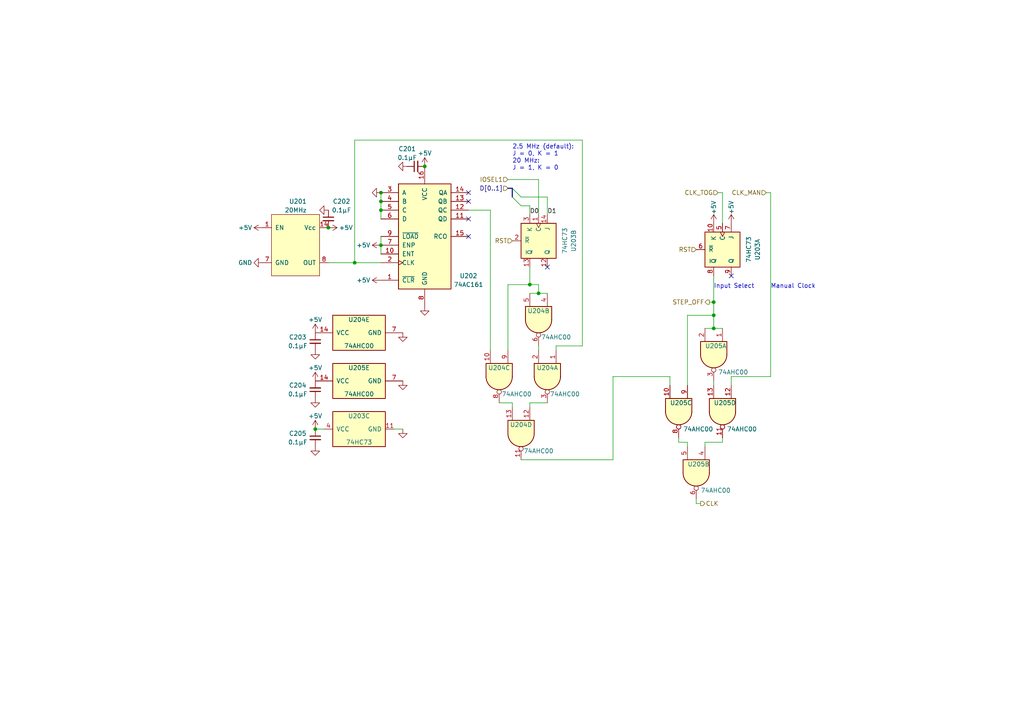
<source format=kicad_sch>
(kicad_sch (version 20230121) (generator eeschema)
  (paper "A4")
  (title_block (title "Computer") (date "2021-02-23") (rev "v1.0") (company "B.W. Harrison") (comment 1 "2.5MHz/20MHz can be toggled with an IO write. Manual step is toggled by the front panel.") (comment 2 "2.5MHz is selected automatically on reset to allow the ROM to be read.") (comment 3 "is selected. There are 3 clock modes: 2.5MHz, 20MHz, and manual step.") (comment 4 "This circuit generates the appropriate system-wide clock signal depending on which mode"))
  (lib_symbols
    (symbol "74AHC00_1" (pin_names (offset 1.016))
      (property "Reference" "U" (at 0 1.27 0))
      (property "Value" "74AHC00" (at 0 -1.27 0))
      (symbol "74AHC00_1_1_1"
        (pin input line (at -7.62 2.54 0) (length 3.81) (name "~") (number "1"))
        (pin input line (at -7.62 -2.54 0) (length 3.81) (name "~") (number "2"))
        (pin output inverted (at 7.62 0 180) (length 3.81) (name "~") (number "3"))
      )
      (symbol "74AHC00_1_1_2"
        (pin input inverted (at -7.62 2.54 0) (length 4.318) (name "~") (number "1"))
        (pin input inverted (at -7.62 -2.54 0) (length 4.318) (name "~") (number "2"))
        (pin output line (at 7.62 0 180) (length 3.81) (name "~") (number "3"))
      )
      (symbol "74AHC00_1_2_1"
        (pin input line (at -7.62 2.54 0) (length 3.81) (name "~") (number "4"))
        (pin input line (at -7.62 -2.54 0) (length 3.81) (name "~") (number "5"))
        (pin output inverted (at 7.62 0 180) (length 3.81) (name "~") (number "6"))
      )
      (symbol "74AHC00_1_2_2"
        (pin input inverted (at -7.62 2.54 0) (length 4.318) (name "~") (number "4"))
        (pin input inverted (at -7.62 -2.54 0) (length 4.318) (name "~") (number "5"))
        (pin output line (at 7.62 0 180) (length 3.81) (name "~") (number "6"))
      )
      (symbol "74AHC00_1_3_1"
        (pin input line (at -7.62 -2.54 0) (length 3.81) (name "~") (number "10"))
        (pin output inverted (at 7.62 0 180) (length 3.81) (name "~") (number "8"))
        (pin input line (at -7.62 2.54 0) (length 3.81) (name "~") (number "9"))
      )
      (symbol "74AHC00_1_3_2"
        (pin input inverted (at -7.62 -2.54 0) (length 4.318) (name "~") (number "10"))
        (pin output line (at 7.62 0 180) (length 3.81) (name "~") (number "8"))
        (pin input inverted (at -7.62 2.54 0) (length 4.318) (name "~") (number "9"))
      )
      (symbol "74AHC00_1_4_1"
        (pin output inverted (at 7.62 0 180) (length 3.81) (name "~") (number "11"))
        (pin input line (at -7.62 2.54 0) (length 3.81) (name "~") (number "12"))
        (pin input line (at -7.62 -2.54 0) (length 3.81) (name "~") (number "13"))
      )
      (symbol "74AHC00_1_4_2"
        (pin output line (at 7.62 0 180) (length 3.81) (name "~") (number "11"))
        (pin input inverted (at -7.62 2.54 0) (length 4.318) (name "~") (number "12"))
        (pin input inverted (at -7.62 -2.54 0) (length 4.318) (name "~") (number "13"))
      )
      (symbol "74AHC00_1_5_0"
        (pin power_in line (at 0 12.7 270) (length 5.08) (name "VCC") (number "14"))
        (pin power_in line (at 0 -12.7 90) (length 5.08) (name "GND") (number "7"))
      )
    )
    (symbol "74AHC00_2" (pin_names (offset 1.016))
      (property "Reference" "U" (at 0 1.27 0))
      (property "Value" "74AHC00" (at 0 -1.27 0))
      (symbol "74AHC00_2_1_1"
        (pin input line (at -7.62 2.54 0) (length 3.81) (name "~") (number "1"))
        (pin input line (at -7.62 -2.54 0) (length 3.81) (name "~") (number "2"))
        (pin output inverted (at 7.62 0 180) (length 3.81) (name "~") (number "3"))
      )
      (symbol "74AHC00_2_1_2"
        (pin input inverted (at -7.62 2.54 0) (length 4.318) (name "~") (number "1"))
        (pin input inverted (at -7.62 -2.54 0) (length 4.318) (name "~") (number "2"))
        (pin output line (at 7.62 0 180) (length 3.81) (name "~") (number "3"))
      )
      (symbol "74AHC00_2_2_1"
        (pin input line (at -7.62 2.54 0) (length 3.81) (name "~") (number "4"))
        (pin input line (at -7.62 -2.54 0) (length 3.81) (name "~") (number "5"))
        (pin output inverted (at 7.62 0 180) (length 3.81) (name "~") (number "6"))
      )
      (symbol "74AHC00_2_2_2"
        (pin input inverted (at -7.62 2.54 0) (length 4.318) (name "~") (number "4"))
        (pin input inverted (at -7.62 -2.54 0) (length 4.318) (name "~") (number "5"))
        (pin output line (at 7.62 0 180) (length 3.81) (name "~") (number "6"))
      )
      (symbol "74AHC00_2_3_1"
        (pin input line (at -7.62 -2.54 0) (length 3.81) (name "~") (number "10"))
        (pin output inverted (at 7.62 0 180) (length 3.81) (name "~") (number "8"))
        (pin input line (at -7.62 2.54 0) (length 3.81) (name "~") (number "9"))
      )
      (symbol "74AHC00_2_3_2"
        (pin input inverted (at -7.62 -2.54 0) (length 4.318) (name "~") (number "10"))
        (pin output line (at 7.62 0 180) (length 3.81) (name "~") (number "8"))
        (pin input inverted (at -7.62 2.54 0) (length 4.318) (name "~") (number "9"))
      )
      (symbol "74AHC00_2_4_1"
        (pin output inverted (at 7.62 0 180) (length 3.81) (name "~") (number "11"))
        (pin input line (at -7.62 2.54 0) (length 3.81) (name "~") (number "12"))
        (pin input line (at -7.62 -2.54 0) (length 3.81) (name "~") (number "13"))
      )
      (symbol "74AHC00_2_4_2"
        (pin output line (at 7.62 0 180) (length 3.81) (name "~") (number "11"))
        (pin input inverted (at -7.62 2.54 0) (length 4.318) (name "~") (number "12"))
        (pin input inverted (at -7.62 -2.54 0) (length 4.318) (name "~") (number "13"))
      )
      (symbol "74AHC00_2_5_0"
        (pin power_in line (at 0 12.7 270) (length 5.08) (name "VCC") (number "14"))
        (pin power_in line (at 0 -12.7 90) (length 5.08) (name "GND") (number "7"))
      )
    )
    (symbol "74AHC00_3" (pin_names (offset 1.016))
      (property "Reference" "U" (at 0 1.27 0))
      (property "Value" "74AHC00" (at 0 -1.27 0))
      (symbol "74AHC00_3_1_1"
        (pin input line (at -7.62 2.54 0) (length 3.81) (name "~") (number "1"))
        (pin input line (at -7.62 -2.54 0) (length 3.81) (name "~") (number "2"))
        (pin output inverted (at 7.62 0 180) (length 3.81) (name "~") (number "3"))
      )
      (symbol "74AHC00_3_1_2"
        (pin input inverted (at -7.62 2.54 0) (length 4.318) (name "~") (number "1"))
        (pin input inverted (at -7.62 -2.54 0) (length 4.318) (name "~") (number "2"))
        (pin output line (at 7.62 0 180) (length 3.81) (name "~") (number "3"))
      )
      (symbol "74AHC00_3_2_1"
        (pin input line (at -7.62 2.54 0) (length 3.81) (name "~") (number "4"))
        (pin input line (at -7.62 -2.54 0) (length 3.81) (name "~") (number "5"))
        (pin output inverted (at 7.62 0 180) (length 3.81) (name "~") (number "6"))
      )
      (symbol "74AHC00_3_2_2"
        (pin input inverted (at -7.62 2.54 0) (length 4.318) (name "~") (number "4"))
        (pin input inverted (at -7.62 -2.54 0) (length 4.318) (name "~") (number "5"))
        (pin output line (at 7.62 0 180) (length 3.81) (name "~") (number "6"))
      )
      (symbol "74AHC00_3_3_1"
        (pin input line (at -7.62 -2.54 0) (length 3.81) (name "~") (number "10"))
        (pin output inverted (at 7.62 0 180) (length 3.81) (name "~") (number "8"))
        (pin input line (at -7.62 2.54 0) (length 3.81) (name "~") (number "9"))
      )
      (symbol "74AHC00_3_3_2"
        (pin input inverted (at -7.62 -2.54 0) (length 4.318) (name "~") (number "10"))
        (pin output line (at 7.62 0 180) (length 3.81) (name "~") (number "8"))
        (pin input inverted (at -7.62 2.54 0) (length 4.318) (name "~") (number "9"))
      )
      (symbol "74AHC00_3_4_1"
        (pin output inverted (at 7.62 0 180) (length 3.81) (name "~") (number "11"))
        (pin input line (at -7.62 2.54 0) (length 3.81) (name "~") (number "12"))
        (pin input line (at -7.62 -2.54 0) (length 3.81) (name "~") (number "13"))
      )
      (symbol "74AHC00_3_4_2"
        (pin output line (at 7.62 0 180) (length 3.81) (name "~") (number "11"))
        (pin input inverted (at -7.62 2.54 0) (length 4.318) (name "~") (number "12"))
        (pin input inverted (at -7.62 -2.54 0) (length 4.318) (name "~") (number "13"))
      )
      (symbol "74AHC00_3_5_0"
        (pin power_in line (at 0 12.7 270) (length 5.08) (name "VCC") (number "14"))
        (pin power_in line (at 0 -12.7 90) (length 5.08) (name "GND") (number "7"))
      )
    )
    (symbol "74AHC00_4" (pin_names (offset 1.016))
      (property "Reference" "U" (at 0 1.27 0))
      (property "Value" "74AHC00" (at 0 -1.27 0))
      (symbol "74AHC00_4_1_1"
        (pin input line (at -7.62 2.54 0) (length 3.81) (name "~") (number "1"))
        (pin input line (at -7.62 -2.54 0) (length 3.81) (name "~") (number "2"))
        (pin output inverted (at 7.62 0 180) (length 3.81) (name "~") (number "3"))
      )
      (symbol "74AHC00_4_1_2"
        (pin input inverted (at -7.62 2.54 0) (length 4.318) (name "~") (number "1"))
        (pin input inverted (at -7.62 -2.54 0) (length 4.318) (name "~") (number "2"))
        (pin output line (at 7.62 0 180) (length 3.81) (name "~") (number "3"))
      )
      (symbol "74AHC00_4_2_1"
        (pin input line (at -7.62 2.54 0) (length 3.81) (name "~") (number "4"))
        (pin input line (at -7.62 -2.54 0) (length 3.81) (name "~") (number "5"))
        (pin output inverted (at 7.62 0 180) (length 3.81) (name "~") (number "6"))
      )
      (symbol "74AHC00_4_2_2"
        (pin input inverted (at -7.62 2.54 0) (length 4.318) (name "~") (number "4"))
        (pin input inverted (at -7.62 -2.54 0) (length 4.318) (name "~") (number "5"))
        (pin output line (at 7.62 0 180) (length 3.81) (name "~") (number "6"))
      )
      (symbol "74AHC00_4_3_1"
        (pin input line (at -7.62 -2.54 0) (length 3.81) (name "~") (number "10"))
        (pin output inverted (at 7.62 0 180) (length 3.81) (name "~") (number "8"))
        (pin input line (at -7.62 2.54 0) (length 3.81) (name "~") (number "9"))
      )
      (symbol "74AHC00_4_3_2"
        (pin input inverted (at -7.62 -2.54 0) (length 4.318) (name "~") (number "10"))
        (pin output line (at 7.62 0 180) (length 3.81) (name "~") (number "8"))
        (pin input inverted (at -7.62 2.54 0) (length 4.318) (name "~") (number "9"))
      )
      (symbol "74AHC00_4_4_1"
        (pin output inverted (at 7.62 0 180) (length 3.81) (name "~") (number "11"))
        (pin input line (at -7.62 2.54 0) (length 3.81) (name "~") (number "12"))
        (pin input line (at -7.62 -2.54 0) (length 3.81) (name "~") (number "13"))
      )
      (symbol "74AHC00_4_4_2"
        (pin output line (at 7.62 0 180) (length 3.81) (name "~") (number "11"))
        (pin input inverted (at -7.62 2.54 0) (length 4.318) (name "~") (number "12"))
        (pin input inverted (at -7.62 -2.54 0) (length 4.318) (name "~") (number "13"))
      )
      (symbol "74AHC00_4_5_0"
        (pin power_in line (at 0 12.7 270) (length 5.08) (name "VCC") (number "14"))
        (pin power_in line (at 0 -12.7 90) (length 5.08) (name "GND") (number "7"))
      )
    )
    (symbol "74AHC00_5" (pin_names (offset 1.016))
      (property "Reference" "U" (at 0 1.27 0))
      (property "Value" "74AHC00" (at 0 -1.27 0))
      (symbol "74AHC00_5_1_1"
        (pin input line (at -7.62 2.54 0) (length 3.81) (name "~") (number "1"))
        (pin input line (at -7.62 -2.54 0) (length 3.81) (name "~") (number "2"))
        (pin output inverted (at 7.62 0 180) (length 3.81) (name "~") (number "3"))
      )
      (symbol "74AHC00_5_1_2"
        (pin input inverted (at -7.62 2.54 0) (length 4.318) (name "~") (number "1"))
        (pin input inverted (at -7.62 -2.54 0) (length 4.318) (name "~") (number "2"))
        (pin output line (at 7.62 0 180) (length 3.81) (name "~") (number "3"))
      )
      (symbol "74AHC00_5_2_1"
        (pin input line (at -7.62 2.54 0) (length 3.81) (name "~") (number "4"))
        (pin input line (at -7.62 -2.54 0) (length 3.81) (name "~") (number "5"))
        (pin output inverted (at 7.62 0 180) (length 3.81) (name "~") (number "6"))
      )
      (symbol "74AHC00_5_2_2"
        (pin input inverted (at -7.62 2.54 0) (length 4.318) (name "~") (number "4"))
        (pin input inverted (at -7.62 -2.54 0) (length 4.318) (name "~") (number "5"))
        (pin output line (at 7.62 0 180) (length 3.81) (name "~") (number "6"))
      )
      (symbol "74AHC00_5_3_1"
        (pin input line (at -7.62 -2.54 0) (length 3.81) (name "~") (number "10"))
        (pin output inverted (at 7.62 0 180) (length 3.81) (name "~") (number "8"))
        (pin input line (at -7.62 2.54 0) (length 3.81) (name "~") (number "9"))
      )
      (symbol "74AHC00_5_3_2"
        (pin input inverted (at -7.62 -2.54 0) (length 4.318) (name "~") (number "10"))
        (pin output line (at 7.62 0 180) (length 3.81) (name "~") (number "8"))
        (pin input inverted (at -7.62 2.54 0) (length 4.318) (name "~") (number "9"))
      )
      (symbol "74AHC00_5_4_1"
        (pin output inverted (at 7.62 0 180) (length 3.81) (name "~") (number "11"))
        (pin input line (at -7.62 2.54 0) (length 3.81) (name "~") (number "12"))
        (pin input line (at -7.62 -2.54 0) (length 3.81) (name "~") (number "13"))
      )
      (symbol "74AHC00_5_4_2"
        (pin output line (at 7.62 0 180) (length 3.81) (name "~") (number "11"))
        (pin input inverted (at -7.62 2.54 0) (length 4.318) (name "~") (number "12"))
        (pin input inverted (at -7.62 -2.54 0) (length 4.318) (name "~") (number "13"))
      )
      (symbol "74AHC00_5_5_0"
        (pin power_in line (at 0 12.7 270) (length 5.08) (name "VCC") (number "14"))
        (pin power_in line (at 0 -12.7 90) (length 5.08) (name "GND") (number "7"))
      )
    )
    (symbol "74AHC00_6" (pin_names (offset 1.016))
      (property "Reference" "U" (at 0 1.27 0))
      (property "Value" "74AHC00" (at 0 -1.27 0))
      (symbol "74AHC00_6_1_1"
        (pin input line (at -7.62 2.54 0) (length 3.81) (name "~") (number "1"))
        (pin input line (at -7.62 -2.54 0) (length 3.81) (name "~") (number "2"))
        (pin output inverted (at 7.62 0 180) (length 3.81) (name "~") (number "3"))
      )
      (symbol "74AHC00_6_1_2"
        (pin input inverted (at -7.62 2.54 0) (length 4.318) (name "~") (number "1"))
        (pin input inverted (at -7.62 -2.54 0) (length 4.318) (name "~") (number "2"))
        (pin output line (at 7.62 0 180) (length 3.81) (name "~") (number "3"))
      )
      (symbol "74AHC00_6_2_1"
        (pin input line (at -7.62 2.54 0) (length 3.81) (name "~") (number "4"))
        (pin input line (at -7.62 -2.54 0) (length 3.81) (name "~") (number "5"))
        (pin output inverted (at 7.62 0 180) (length 3.81) (name "~") (number "6"))
      )
      (symbol "74AHC00_6_2_2"
        (pin input inverted (at -7.62 2.54 0) (length 4.318) (name "~") (number "4"))
        (pin input inverted (at -7.62 -2.54 0) (length 4.318) (name "~") (number "5"))
        (pin output line (at 7.62 0 180) (length 3.81) (name "~") (number "6"))
      )
      (symbol "74AHC00_6_3_1"
        (pin input line (at -7.62 -2.54 0) (length 3.81) (name "~") (number "10"))
        (pin output inverted (at 7.62 0 180) (length 3.81) (name "~") (number "8"))
        (pin input line (at -7.62 2.54 0) (length 3.81) (name "~") (number "9"))
      )
      (symbol "74AHC00_6_3_2"
        (pin input inverted (at -7.62 -2.54 0) (length 4.318) (name "~") (number "10"))
        (pin output line (at 7.62 0 180) (length 3.81) (name "~") (number "8"))
        (pin input inverted (at -7.62 2.54 0) (length 4.318) (name "~") (number "9"))
      )
      (symbol "74AHC00_6_4_1"
        (pin output inverted (at 7.62 0 180) (length 3.81) (name "~") (number "11"))
        (pin input line (at -7.62 2.54 0) (length 3.81) (name "~") (number "12"))
        (pin input line (at -7.62 -2.54 0) (length 3.81) (name "~") (number "13"))
      )
      (symbol "74AHC00_6_4_2"
        (pin output line (at 7.62 0 180) (length 3.81) (name "~") (number "11"))
        (pin input inverted (at -7.62 2.54 0) (length 4.318) (name "~") (number "12"))
        (pin input inverted (at -7.62 -2.54 0) (length 4.318) (name "~") (number "13"))
      )
      (symbol "74AHC00_6_5_0"
        (pin power_in line (at 0 12.7 270) (length 5.08) (name "VCC") (number "14"))
        (pin power_in line (at 0 -12.7 90) (length 5.08) (name "GND") (number "7"))
      )
    )
    (symbol "74AHC00_7" (pin_names (offset 1.016))
      (property "Reference" "U" (at 0 1.27 0))
      (property "Value" "74AHC00" (at 0 -1.27 0))
      (symbol "74AHC00_7_1_1"
        (pin input line (at -7.62 2.54 0) (length 3.81) (name "~") (number "1"))
        (pin input line (at -7.62 -2.54 0) (length 3.81) (name "~") (number "2"))
        (pin output inverted (at 7.62 0 180) (length 3.81) (name "~") (number "3"))
      )
      (symbol "74AHC00_7_1_2"
        (pin input inverted (at -7.62 2.54 0) (length 4.318) (name "~") (number "1"))
        (pin input inverted (at -7.62 -2.54 0) (length 4.318) (name "~") (number "2"))
        (pin output line (at 7.62 0 180) (length 3.81) (name "~") (number "3"))
      )
      (symbol "74AHC00_7_2_1"
        (pin input line (at -7.62 2.54 0) (length 3.81) (name "~") (number "4"))
        (pin input line (at -7.62 -2.54 0) (length 3.81) (name "~") (number "5"))
        (pin output inverted (at 7.62 0 180) (length 3.81) (name "~") (number "6"))
      )
      (symbol "74AHC00_7_2_2"
        (pin input inverted (at -7.62 2.54 0) (length 4.318) (name "~") (number "4"))
        (pin input inverted (at -7.62 -2.54 0) (length 4.318) (name "~") (number "5"))
        (pin output line (at 7.62 0 180) (length 3.81) (name "~") (number "6"))
      )
      (symbol "74AHC00_7_3_1"
        (pin input line (at -7.62 -2.54 0) (length 3.81) (name "~") (number "10"))
        (pin output inverted (at 7.62 0 180) (length 3.81) (name "~") (number "8"))
        (pin input line (at -7.62 2.54 0) (length 3.81) (name "~") (number "9"))
      )
      (symbol "74AHC00_7_3_2"
        (pin input inverted (at -7.62 -2.54 0) (length 4.318) (name "~") (number "10"))
        (pin output line (at 7.62 0 180) (length 3.81) (name "~") (number "8"))
        (pin input inverted (at -7.62 2.54 0) (length 4.318) (name "~") (number "9"))
      )
      (symbol "74AHC00_7_4_1"
        (pin output inverted (at 7.62 0 180) (length 3.81) (name "~") (number "11"))
        (pin input line (at -7.62 2.54 0) (length 3.81) (name "~") (number "12"))
        (pin input line (at -7.62 -2.54 0) (length 3.81) (name "~") (number "13"))
      )
      (symbol "74AHC00_7_4_2"
        (pin output line (at 7.62 0 180) (length 3.81) (name "~") (number "11"))
        (pin input inverted (at -7.62 2.54 0) (length 4.318) (name "~") (number "12"))
        (pin input inverted (at -7.62 -2.54 0) (length 4.318) (name "~") (number "13"))
      )
      (symbol "74AHC00_7_5_0"
        (pin power_in line (at 0 12.7 270) (length 5.08) (name "VCC") (number "14"))
        (pin power_in line (at 0 -12.7 90) (length 5.08) (name "GND") (number "7"))
      )
    )
    (symbol "74AHC00_8" (pin_names (offset 1.016))
      (property "Reference" "U" (at 0 1.27 0))
      (property "Value" "74AHC00" (at 0 -1.27 0))
      (symbol "74AHC00_8_1_1"
        (pin input line (at -7.62 2.54 0) (length 3.81) (name "~") (number "1"))
        (pin input line (at -7.62 -2.54 0) (length 3.81) (name "~") (number "2"))
        (pin output inverted (at 7.62 0 180) (length 3.81) (name "~") (number "3"))
      )
      (symbol "74AHC00_8_1_2"
        (pin input inverted (at -7.62 2.54 0) (length 4.318) (name "~") (number "1"))
        (pin input inverted (at -7.62 -2.54 0) (length 4.318) (name "~") (number "2"))
        (pin output line (at 7.62 0 180) (length 3.81) (name "~") (number "3"))
      )
      (symbol "74AHC00_8_2_1"
        (pin input line (at -7.62 2.54 0) (length 3.81) (name "~") (number "4"))
        (pin input line (at -7.62 -2.54 0) (length 3.81) (name "~") (number "5"))
        (pin output inverted (at 7.62 0 180) (length 3.81) (name "~") (number "6"))
      )
      (symbol "74AHC00_8_2_2"
        (pin input inverted (at -7.62 2.54 0) (length 4.318) (name "~") (number "4"))
        (pin input inverted (at -7.62 -2.54 0) (length 4.318) (name "~") (number "5"))
        (pin output line (at 7.62 0 180) (length 3.81) (name "~") (number "6"))
      )
      (symbol "74AHC00_8_3_1"
        (pin input line (at -7.62 -2.54 0) (length 3.81) (name "~") (number "10"))
        (pin output inverted (at 7.62 0 180) (length 3.81) (name "~") (number "8"))
        (pin input line (at -7.62 2.54 0) (length 3.81) (name "~") (number "9"))
      )
      (symbol "74AHC00_8_3_2"
        (pin input inverted (at -7.62 -2.54 0) (length 4.318) (name "~") (number "10"))
        (pin output line (at 7.62 0 180) (length 3.81) (name "~") (number "8"))
        (pin input inverted (at -7.62 2.54 0) (length 4.318) (name "~") (number "9"))
      )
      (symbol "74AHC00_8_4_1"
        (pin output inverted (at 7.62 0 180) (length 3.81) (name "~") (number "11"))
        (pin input line (at -7.62 2.54 0) (length 3.81) (name "~") (number "12"))
        (pin input line (at -7.62 -2.54 0) (length 3.81) (name "~") (number "13"))
      )
      (symbol "74AHC00_8_4_2"
        (pin output line (at 7.62 0 180) (length 3.81) (name "~") (number "11"))
        (pin input inverted (at -7.62 2.54 0) (length 4.318) (name "~") (number "12"))
        (pin input inverted (at -7.62 -2.54 0) (length 4.318) (name "~") (number "13"))
      )
      (symbol "74AHC00_8_5_0"
        (pin power_in line (at 0 12.7 270) (length 5.08) (name "VCC") (number "14"))
        (pin power_in line (at 0 -12.7 90) (length 5.08) (name "GND") (number "7"))
      )
    )
    (symbol "74AHC00_9" (pin_names (offset 1.016))
      (property "Reference" "U" (at 0 1.27 0))
      (property "Value" "74AHC00" (at 0 -1.27 0))
      (symbol "74AHC00_9_1_1"
        (pin input line (at -7.62 2.54 0) (length 3.81) (name "~") (number "1"))
        (pin input line (at -7.62 -2.54 0) (length 3.81) (name "~") (number "2"))
        (pin output inverted (at 7.62 0 180) (length 3.81) (name "~") (number "3"))
      )
      (symbol "74AHC00_9_1_2"
        (pin input inverted (at -7.62 2.54 0) (length 4.318) (name "~") (number "1"))
        (pin input inverted (at -7.62 -2.54 0) (length 4.318) (name "~") (number "2"))
        (pin output line (at 7.62 0 180) (length 3.81) (name "~") (number "3"))
      )
      (symbol "74AHC00_9_2_1"
        (pin input line (at -7.62 2.54 0) (length 3.81) (name "~") (number "4"))
        (pin input line (at -7.62 -2.54 0) (length 3.81) (name "~") (number "5"))
        (pin output inverted (at 7.62 0 180) (length 3.81) (name "~") (number "6"))
      )
      (symbol "74AHC00_9_2_2"
        (pin input inverted (at -7.62 2.54 0) (length 4.318) (name "~") (number "4"))
        (pin input inverted (at -7.62 -2.54 0) (length 4.318) (name "~") (number "5"))
        (pin output line (at 7.62 0 180) (length 3.81) (name "~") (number "6"))
      )
      (symbol "74AHC00_9_3_1"
        (pin input line (at -7.62 -2.54 0) (length 3.81) (name "~") (number "10"))
        (pin output inverted (at 7.62 0 180) (length 3.81) (name "~") (number "8"))
        (pin input line (at -7.62 2.54 0) (length 3.81) (name "~") (number "9"))
      )
      (symbol "74AHC00_9_3_2"
        (pin input inverted (at -7.62 -2.54 0) (length 4.318) (name "~") (number "10"))
        (pin output line (at 7.62 0 180) (length 3.81) (name "~") (number "8"))
        (pin input inverted (at -7.62 2.54 0) (length 4.318) (name "~") (number "9"))
      )
      (symbol "74AHC00_9_4_1"
        (pin output inverted (at 7.62 0 180) (length 3.81) (name "~") (number "11"))
        (pin input line (at -7.62 2.54 0) (length 3.81) (name "~") (number "12"))
        (pin input line (at -7.62 -2.54 0) (length 3.81) (name "~") (number "13"))
      )
      (symbol "74AHC00_9_4_2"
        (pin output line (at 7.62 0 180) (length 3.81) (name "~") (number "11"))
        (pin input inverted (at -7.62 2.54 0) (length 4.318) (name "~") (number "12"))
        (pin input inverted (at -7.62 -2.54 0) (length 4.318) (name "~") (number "13"))
      )
      (symbol "74AHC00_9_5_0"
        (pin power_in line (at 0 12.7 270) (length 5.08) (name "VCC") (number "14"))
        (pin power_in line (at 0 -12.7 90) (length 5.08) (name "GND") (number "7"))
      )
    )
    (symbol "74xx:74AHC00" (pin_names (offset 1.016))
      (property "Reference" "U" (at 0 1.27 0))
      (property "Value" "74AHC00" (at 0 -1.27 0))
      (symbol "74AHC00_1_1"
        (pin input line (at -7.62 2.54 0) (length 3.81) (name "~") (number "1"))
        (pin input line (at -7.62 -2.54 0) (length 3.81) (name "~") (number "2"))
        (pin output inverted (at 7.62 0 180) (length 3.81) (name "~") (number "3"))
      )
      (symbol "74AHC00_1_2"
        (pin input inverted (at -7.62 2.54 0) (length 4.318) (name "~") (number "1"))
        (pin input inverted (at -7.62 -2.54 0) (length 4.318) (name "~") (number "2"))
        (pin output line (at 7.62 0 180) (length 3.81) (name "~") (number "3"))
      )
      (symbol "74AHC00_2_1"
        (pin input line (at -7.62 2.54 0) (length 3.81) (name "~") (number "4"))
        (pin input line (at -7.62 -2.54 0) (length 3.81) (name "~") (number "5"))
        (pin output inverted (at 7.62 0 180) (length 3.81) (name "~") (number "6"))
      )
      (symbol "74AHC00_2_2"
        (pin input inverted (at -7.62 2.54 0) (length 4.318) (name "~") (number "4"))
        (pin input inverted (at -7.62 -2.54 0) (length 4.318) (name "~") (number "5"))
        (pin output line (at 7.62 0 180) (length 3.81) (name "~") (number "6"))
      )
      (symbol "74AHC00_3_1"
        (pin input line (at -7.62 -2.54 0) (length 3.81) (name "~") (number "10"))
        (pin output inverted (at 7.62 0 180) (length 3.81) (name "~") (number "8"))
        (pin input line (at -7.62 2.54 0) (length 3.81) (name "~") (number "9"))
      )
      (symbol "74AHC00_3_2"
        (pin input inverted (at -7.62 -2.54 0) (length 4.318) (name "~") (number "10"))
        (pin output line (at 7.62 0 180) (length 3.81) (name "~") (number "8"))
        (pin input inverted (at -7.62 2.54 0) (length 4.318) (name "~") (number "9"))
      )
      (symbol "74AHC00_4_1"
        (pin output inverted (at 7.62 0 180) (length 3.81) (name "~") (number "11"))
        (pin input line (at -7.62 2.54 0) (length 3.81) (name "~") (number "12"))
        (pin input line (at -7.62 -2.54 0) (length 3.81) (name "~") (number "13"))
      )
      (symbol "74AHC00_4_2"
        (pin output line (at 7.62 0 180) (length 3.81) (name "~") (number "11"))
        (pin input inverted (at -7.62 2.54 0) (length 4.318) (name "~") (number "12"))
        (pin input inverted (at -7.62 -2.54 0) (length 4.318) (name "~") (number "13"))
      )
      (symbol "74AHC00_5_0"
        (pin power_in line (at 0 12.7 270) (length 5.08) (name "VCC") (number "14"))
        (pin power_in line (at 0 -12.7 90) (length 5.08) (name "GND") (number "7"))
      )
    )
    (symbol "74xx:74HC73" (pin_names (offset 1.016))
      (property "Reference" "U" (at -7.62 8.89 0))
      (property "Value" "74HC73" (at -7.62 -8.89 0))
      (symbol "74HC73_1_0"
        (pin input line (at -7.62 -2.54 0) (length 2.54) (name "K") (number "10"))
        (pin input clock (at -7.62 0 0) (length 2.54) (name "C") (number "5"))
        (pin input line (at 0 -7.62 90) (length 2.54) (name "~{R}") (number "6"))
        (pin input line (at -7.62 2.54 0) (length 2.54) (name "J") (number "7"))
        (pin output line (at 7.62 -2.54 180) (length 2.54) (name "~{Q}") (number "8"))
        (pin output line (at 7.62 2.54 180) (length 2.54) (name "Q") (number "9"))
      )
      (symbol "74HC73_2_0"
        (pin input clock (at -7.62 0 0) (length 2.54) (name "C") (number "1"))
        (pin output line (at 7.62 2.54 180) (length 2.54) (name "Q") (number "12"))
        (pin output line (at 7.62 -2.54 180) (length 2.54) (name "~{Q}") (number "13"))
        (pin input line (at -7.62 2.54 0) (length 2.54) (name "J") (number "14"))
        (pin input line (at 0 -7.62 90) (length 2.54) (name "~{R}") (number "2"))
        (pin input line (at -7.62 -2.54 0) (length 2.54) (name "K") (number "3"))
      )
      (symbol "74HC73_3_0"
        (pin power_in line (at 0 -10.16 90) (length 2.54) (name "GND") (number "11"))
        (pin power_in line (at 0 10.16 270) (length 2.54) (name "VCC") (number "4"))
      )
    )
    (symbol "Device:C_Small" (pin_numbers hide) (pin_names (offset 0.254) hide)
      (property "Reference" "C" (at 0.254 1.778 0))
      (property "Value" "C_Small" (at 0.254 -2.032 0))
      (symbol "C_Small_1_1"
        (pin passive line (at 0 2.54 270) (length 2.032) (name "~") (number "1"))
        (pin passive line (at 0 -2.54 90) (length 2.032) (name "~") (number "2"))
      )
    )
    (symbol "my_library:74AC161" (pin_names (offset 1.016))
      (property "Reference" "U" (at -7.62 16.51 0))
      (property "Value" "74AC161" (at -7.62 -16.51 0))
      (symbol "74AC161_1_0"
        (pin input line (at -12.7 -12.7 0) (length 5.08) (name "~{CLR}") (number "1"))
        (pin input line (at -12.7 -5.08 0) (length 5.08) (name "ENT") (number "10"))
        (pin output line (at 12.7 5.08 180) (length 5.08) (name "QD") (number "11"))
        (pin output line (at 12.7 7.62 180) (length 5.08) (name "QC") (number "12"))
        (pin output line (at 12.7 10.16 180) (length 5.08) (name "QB") (number "13"))
        (pin output line (at 12.7 12.7 180) (length 5.08) (name "QA") (number "14"))
        (pin output line (at 12.7 0 180) (length 5.08) (name "RCO") (number "15"))
        (pin power_in line (at 0 20.32 270) (length 5.08) (name "VCC") (number "16"))
        (pin input clock (at -12.7 -7.62 0) (length 5.08) (name "CLK") (number "2"))
        (pin input line (at -12.7 12.7 0) (length 5.08) (name "A") (number "3"))
        (pin input line (at -12.7 10.16 0) (length 5.08) (name "B") (number "4"))
        (pin input line (at -12.7 7.62 0) (length 5.08) (name "C") (number "5"))
        (pin input line (at -12.7 5.08 0) (length 5.08) (name "D") (number "6"))
        (pin input line (at -12.7 -2.54 0) (length 5.08) (name "ENP") (number "7"))
        (pin power_in line (at 0 -20.32 90) (length 5.08) (name "GND") (number "8"))
        (pin input line (at -12.7 0 0) (length 5.08) (name "~{LOAD}") (number "9"))
      )
    )
    (symbol "my_library:CRYST-OSC-DIP14" (pin_names (offset 1.016))
      (property "Reference" "U" (at 5.08 1.27 0))
      (property "Value" "CRYST-OSC-DIP14" (at 5.08 -6.35 0))
      (symbol "CRYST-OSC-DIP14_1_1"
        (pin input line (at 0 -16.51 90) (length 2.54) (name "EN") (number "1"))
        (pin power_in line (at 0 2.54 270) (length 2.54) (name "Vcc") (number "14"))
        (pin power_in line (at 10.16 -16.51 90) (length 2.54) (name "GND") (number "7"))
        (pin output line (at 10.16 2.54 270) (length 2.54) (name "OUT") (number "8"))
      )
    )
    (symbol "power:+5V" (power) (pin_names (offset 0))
      (property "Value" "+5V" (at 0 3.556 0))
      (symbol "+5V_1_1"
        (pin power_in line (at 0 0 90) (length 0) hide (name "+5V") (number "1"))
      )
    )
    (symbol "power:GND" (power) (pin_names (offset 0))
      (property "Value" "GND" (at 0 -3.81 0))
      (symbol "GND_1_1"
        (pin power_in line (at 0 0 270) (length 0) hide (name "GND") (number "1"))
      )
    )
  )
  (junction (at 110.49 58.42))
  (junction (at 91.44 124.46))
  (junction (at 207.01 87.63))
  (junction (at 156.21 85.09))
  (junction (at 110.49 71.12))
  (junction (at 207.01 95.25))
  (junction (at 95.25 66.04))
  (junction (at 110.49 60.96))
  (junction (at 153.67 82.55))
  (junction (at 110.49 55.88))
  (junction (at 123.19 48.26))
  (junction (at 207.01 91.44))
  (junction (at 102.87 76.2))
  (no_connect (at 135.89 63.5))
  (no_connect (at 212.09 80.01))
  (no_connect (at 158.75 77.47))
  (no_connect (at 135.89 68.58))
  (no_connect (at 135.89 55.88))
  (no_connect (at 135.89 58.42))
  (bus_entry (at 148.59 57.15) (size 2.54 2.54))
  (bus_entry (at 148.59 54.61) (size 2.54 2.54))
  (wire (pts (xy 151.13 133.35) (xy 177.8 133.35)))
  (wire (pts (xy 196.85 128.27) (xy 196.85 127)))
  (wire (pts (xy 147.32 82.55) (xy 153.67 82.55)))
  (wire (pts (xy 144.78 116.84) (xy 148.59 116.84)))
  (bus (pts (xy 147.32 54.61) (xy 148.59 54.61)))
  (wire (pts (xy 153.67 116.84) (xy 158.75 116.84)))
  (wire (pts (xy 209.55 64.77) (xy 209.55 55.88)))
  (wire (pts (xy 95.25 76.2) (xy 102.87 76.2)))
  (wire (pts (xy 204.47 95.25) (xy 207.01 95.25)))
  (wire (pts (xy 153.67 62.23) (xy 153.67 59.69)))
  (wire (pts (xy 147.32 52.07) (xy 156.21 52.07)))
  (wire (pts (xy 161.29 100.33) (xy 161.29 101.6)))
  (wire (pts (xy 151.13 57.15) (xy 158.75 57.15)))
  (wire (pts (xy 199.39 91.44) (xy 207.01 91.44)))
  (wire (pts (xy 207.01 110.49) (xy 207.01 111.76)))
  (wire (pts (xy 153.67 77.47) (xy 153.67 82.55)))
  (wire (pts (xy 194.31 109.22) (xy 194.31 111.76)))
  (wire (pts (xy 110.49 60.96) (xy 110.49 63.5)))
  (wire (pts (xy 156.21 85.09) (xy 158.75 85.09)))
  (wire (pts (xy 158.75 57.15) (xy 158.75 62.23)))
  (wire (pts (xy 168.91 100.33) (xy 161.29 100.33)))
  (wire (pts (xy 168.91 40.64) (xy 168.91 100.33)))
  (wire (pts (xy 110.49 55.88) (xy 110.49 58.42)))
  (wire (pts (xy 153.67 118.11) (xy 153.67 116.84)))
  (wire (pts (xy 110.49 71.12) (xy 110.49 73.66)))
  (wire (pts (xy 212.09 109.22) (xy 212.09 111.76)))
  (wire (pts (xy 207.01 80.01) (xy 207.01 87.63)))
  (wire (pts (xy 199.39 128.27) (xy 199.39 129.54)))
  (wire (pts (xy 207.01 95.25) (xy 209.55 95.25)))
  (wire (pts (xy 142.24 101.6) (xy 142.24 60.96)))
  (wire (pts (xy 223.52 55.88) (xy 223.52 109.22)))
  (wire (pts (xy 156.21 100.33) (xy 156.21 101.6)))
  (wire (pts (xy 153.67 85.09) (xy 156.21 85.09)))
  (wire (pts (xy 209.55 128.27) (xy 209.55 127)))
  (wire (pts (xy 114.3 124.46) (xy 116.84 124.46)))
  (wire (pts (xy 156.21 52.07) (xy 156.21 62.23)))
  (bus (pts (xy 148.59 54.61) (xy 148.59 57.15)))
  (wire (pts (xy 204.47 129.54) (xy 204.47 128.27)))
  (wire (pts (xy 204.47 128.27) (xy 209.55 128.27)))
  (wire (pts (xy 153.67 59.69) (xy 151.13 59.69)))
  (wire (pts (xy 147.32 82.55) (xy 147.32 101.6)))
  (wire (pts (xy 199.39 128.27) (xy 196.85 128.27)))
  (wire (pts (xy 212.09 109.22) (xy 223.52 109.22)))
  (wire (pts (xy 223.52 55.88) (xy 222.25 55.88)))
  (wire (pts (xy 201.93 144.78) (xy 201.93 146.05)))
  (wire (pts (xy 208.28 55.88) (xy 209.55 55.88)))
  (wire (pts (xy 102.87 76.2) (xy 102.87 40.64)))
  (wire (pts (xy 91.44 124.46) (xy 93.98 124.46)))
  (wire (pts (xy 102.87 76.2) (xy 110.49 76.2)))
  (wire (pts (xy 207.01 87.63) (xy 207.01 91.44)))
  (wire (pts (xy 148.59 116.84) (xy 148.59 118.11)))
  (wire (pts (xy 177.8 133.35) (xy 177.8 109.22)))
  (wire (pts (xy 207.01 91.44) (xy 207.01 95.25)))
  (wire (pts (xy 199.39 111.76) (xy 199.39 91.44)))
  (wire (pts (xy 110.49 58.42) (xy 110.49 60.96)))
  (wire (pts (xy 201.93 146.05) (xy 203.2 146.05)))
  (wire (pts (xy 177.8 109.22) (xy 194.31 109.22)))
  (wire (pts (xy 153.67 82.55) (xy 156.21 82.55)))
  (wire (pts (xy 110.49 68.58) (xy 110.49 71.12)))
  (wire (pts (xy 205.74 87.63) (xy 207.01 87.63)))
  (wire (pts (xy 135.89 60.96) (xy 142.24 60.96)))
  (wire (pts (xy 102.87 40.64) (xy 168.91 40.64)))
  (wire (pts (xy 156.21 82.55) (xy 156.21 85.09)))
  (text "Manual Clock" (at 223.52 83.82 0) (effects (font (size 1.27 1.27)) (justify left bottom)))
  (text "2.5 MHz (default):\nJ = 0, K = 1\n20 MHz:\nJ = 1, K = 0" (at 148.59 49.53 0) (effects (font (size 1.27 1.27)) (justify left bottom)))
  (text "Input Select" (at 207.01 83.82 0) (effects (font (size 1.27 1.27)) (justify left bottom)))
  (label "D0" (at 153.67 62.23 0))
  (label "D1" (at 158.75 62.23 0))
  (hierarchical_label "D[0..1]" (shape input) (at 147.32 54.61 180))
  (hierarchical_label "CLK" (shape output) (at 203.2 146.05 0))
  (hierarchical_label "CLK_TOG" (shape input) (at 208.28 55.88 180))
  (hierarchical_label "IOSEL1" (shape input) (at 147.32 52.07 180))
  (hierarchical_label "RST" (shape input) (at 148.59 69.85 180))
  (hierarchical_label "RST" (shape input) (at 201.93 72.39 180))
  (hierarchical_label "CLK_MAN" (shape input) (at 222.25 55.88 180))
  (hierarchical_label "STEP_OFF" (shape output) (at 205.74 87.63 180))
  (symbol (lib_name "74AHC00_7") (lib_id "74xx:74AHC00") (at 156.21 92.71 270) (unit 2)
    (property "Reference" "U204" (at 156.21 90.17 90))
    (property "Value" "74AHC00" (at 161.29 97.79 90))
    (property "Footprint" "Package_DIP:DIP-14_W7.62mm_Socket_LongPads" (effects hide))
    (property "Datasheet" "http://www.ti.com/lit/gpn/sn74ls00" (effects hide))
  )
  (symbol (lib_name "74AHC00_9") (lib_id "74xx:74AHC00") (at 158.75 109.22 270) (unit 1)
    (property "Reference" "U204" (at 158.75 106.68 90))
    (property "Value" "74AHC00" (at 163.83 114.3 90))
    (property "Footprint" "Package_DIP:DIP-14_W7.62mm_Socket_LongPads" (effects hide))
    (property "Datasheet" "http://www.ti.com/lit/gpn/sn74ls00" (effects hide))
  )
  (symbol (lib_name "74AHC00_3") (lib_id "74xx:74AHC00") (at 151.13 125.73 270) (unit 4)
    (property "Reference" "U204" (at 151.13 123.19 90))
    (property "Value" "74AHC00" (at 156.21 130.81 90))
    (property "Footprint" "Package_DIP:DIP-14_W7.62mm_Socket_LongPads" (effects hide))
    (property "Datasheet" "http://www.ti.com/lit/gpn/sn74ls00" (effects hide))
  )
  (symbol (lib_name "74AHC00_8") (lib_id "74xx:74AHC00") (at 144.78 109.22 270) (unit 3)
    (property "Reference" "U204" (at 144.78 106.68 90))
    (property "Value" "74AHC00" (at 149.86 114.3 90))
    (property "Footprint" "Package_DIP:DIP-14_W7.62mm_Socket_LongPads" (effects hide))
    (property "Datasheet" "http://www.ti.com/lit/gpn/sn74ls00" (effects hide))
  )
  (symbol (lib_id "power:+5V") (at 76.2 66.04 90) (unit 1)
    (property "Reference" "#PWR0207" (effects hide))
    (property "Value" "+5V" (at 71.12 66.04 90))
  )
  (symbol (lib_name "74AHC00_1") (lib_id "74xx:74AHC00") (at 104.14 96.52 90) (unit 5)
    (property "Reference" "U204" (at 104.14 92.71 90))
    (property "Value" "74AHC00" (at 104.14 100.33 90))
    (property "Footprint" "Package_DIP:DIP-14_W7.62mm_Socket_LongPads" (effects hide))
    (property "Datasheet" "http://www.ti.com/lit/gpn/sn74ls00" (effects hide))
  )
  (symbol (lib_id "Device:C_Small") (at 91.44 99.06 0) (unit 1)
    (property "Reference" "C203" (at 86.36 97.79 0))
    (property "Value" "0.1µF" (at 86.36 100.33 0))
    (property "Footprint" "Capacitor_THT:C_Disc_D5.0mm_W2.5mm_P2.50mm" (effects hide))
  )
  (symbol (lib_id "power:+5V") (at 91.44 96.52 0) (unit 1)
    (property "Reference" "#PWR0214" (effects hide))
    (property "Value" "+5V" (at 91.44 92.71 0))
  )
  (symbol (lib_id "power:GND") (at 116.84 96.52 0) (unit 1)
    (property "Reference" "#PWR0215" (effects hide))
    (property "Value" "GND" (effects hide))
  )
  (symbol (lib_id "my_library:CRYST-OSC-DIP14") (at 92.71 66.04 270) (unit 1)
    (property "Reference" "U201" (at 83.82 58.42 90) (effects (justify left)))
    (property "Value" "20MHz" (at 82.55 60.96 90) (effects (justify left)))
    (property "Footprint" "Package_DIP:DIP-14_W7.62mm_Socket_LongPads" (effects hide))
    (property "Datasheet" "http://baileyh.xyz/datasheets/osc_dip14.pdf" (effects hide))
  )
  (symbol (lib_id "power:GND") (at 110.49 55.88 270) (unit 1)
    (property "Reference" "#PWR0203" (effects hide))
    (property "Value" "GND" (effects hide))
  )
  (symbol (lib_id "power:GND") (at 123.19 88.9 0) (unit 1)
    (property "Reference" "#PWR0212" (effects hide))
    (property "Value" "GND" (effects hide))
  )
  (symbol (lib_id "power:+5V") (at 110.49 81.28 90) (unit 1)
    (property "Reference" "#PWR0211" (effects hide))
    (property "Value" "+5V" (at 105.41 81.28 90))
  )
  (symbol (lib_id "power:GND") (at 118.11 48.26 270) (unit 1)
    (property "Reference" "#PWR0201" (effects hide))
    (property "Value" "GND" (effects hide))
  )
  (symbol (lib_id "Device:C_Small") (at 120.65 48.26 90) (unit 1)
    (property "Reference" "C201" (at 118.11 43.18 90))
    (property "Value" "0.1µF" (at 118.11 45.72 90))
    (property "Footprint" "Capacitor_THT:C_Disc_D5.0mm_W2.5mm_P2.50mm" (effects hide))
  )
  (symbol (lib_id "power:+5V") (at 123.19 48.26 0) (unit 1)
    (property "Reference" "#PWR0202" (effects hide))
    (property "Value" "+5V" (at 123.19 44.45 0))
  )
  (symbol (lib_id "power:+5V") (at 110.49 71.12 90) (unit 1)
    (property "Reference" "#PWR0209" (effects hide))
    (property "Value" "+5V" (at 105.41 71.12 90))
  )
  (symbol (lib_id "my_library:74AC161") (at 123.19 68.58 0) (unit 1)
    (property "Reference" "U202" (at 135.89 80.01 0))
    (property "Value" "74AC161" (at 135.89 82.55 0))
    (property "Footprint" "Package_DIP:DIP-16_W7.62mm_Socket_LongPads" (effects hide))
    (property "Datasheet" "https://www.ti.com/lit/ds/symlink/cd74ac161.pdf" (effects hide))
  )
  (symbol (lib_id "power:GND") (at 95.25 60.96 270) (unit 1)
    (property "Reference" "#PWR0204" (effects hide))
    (property "Value" "GND" (effects hide))
  )
  (symbol (lib_id "Device:C_Small") (at 95.25 63.5 0) (unit 1)
    (property "Reference" "C202" (at 99.06 58.42 0))
    (property "Value" "0.1µF" (at 99.06 60.96 0))
    (property "Footprint" "Capacitor_THT:C_Disc_D5.0mm_W2.5mm_P2.50mm" (effects hide))
  )
  (symbol (lib_id "power:GND") (at 76.2 76.2 270) (unit 1)
    (property "Reference" "#PWR0210" (effects hide))
    (property "Value" "GND" (at 71.12 76.2 90))
  )
  (symbol (lib_id "power:+5V") (at 95.25 66.04 270) (unit 1)
    (property "Reference" "#PWR0208" (effects hide))
    (property "Value" "+5V" (at 100.33 66.04 90))
  )
  (symbol (lib_id "74xx:74AHC00") (at 207.01 102.87 270) (unit 1)
    (property "Reference" "U205" (at 204.47 100.33 90) (effects (justify left)))
    (property "Value" "74AHC00" (at 208.28 107.95 90) (effects (justify left)))
    (property "Footprint" "Package_DIP:DIP-14_W7.62mm_Socket_LongPads" (effects hide))
    (property "Datasheet" "http://www.ti.com/lit/gpn/sn74ls00" (effects hide))
  )
  (symbol (lib_name "74AHC00_6") (lib_id "74xx:74AHC00") (at 201.93 137.16 270) (unit 2)
    (property "Reference" "U205" (at 199.39 134.62 90) (effects (justify left)))
    (property "Value" "74AHC00" (at 203.2 142.24 90) (effects (justify left)))
    (property "Footprint" "Package_DIP:DIP-14_W7.62mm_Socket_LongPads" (effects hide))
    (property "Datasheet" "http://www.ti.com/lit/gpn/sn74ls00" (effects hide))
  )
  (symbol (lib_name "74AHC00_4") (lib_id "74xx:74AHC00") (at 196.85 119.38 270) (unit 3)
    (property "Reference" "U205" (at 194.31 116.84 90) (effects (justify left)))
    (property "Value" "74AHC00" (at 198.12 124.46 90) (effects (justify left)))
    (property "Footprint" "Package_DIP:DIP-14_W7.62mm_Socket_LongPads" (effects hide))
    (property "Datasheet" "http://www.ti.com/lit/gpn/sn74ls00" (effects hide))
  )
  (symbol (lib_name "74AHC00_5") (lib_id "74xx:74AHC00") (at 209.55 119.38 270) (unit 4)
    (property "Reference" "U205" (at 207.01 116.84 90) (effects (justify left)))
    (property "Value" "74AHC00" (at 210.82 124.46 90) (effects (justify left)))
    (property "Footprint" "Package_DIP:DIP-14_W7.62mm_Socket_LongPads" (effects hide))
    (property "Datasheet" "http://www.ti.com/lit/gpn/sn74ls00" (effects hide))
  )
  (symbol (lib_name "74AHC00_2") (lib_id "74xx:74AHC00") (at 104.14 110.49 90) (unit 5)
    (property "Reference" "U205" (at 104.14 106.68 90))
    (property "Value" "74AHC00" (at 104.14 114.3 90))
    (property "Footprint" "Package_DIP:DIP-14_W7.62mm_Socket_LongPads" (effects hide))
    (property "Datasheet" "http://www.ti.com/lit/gpn/sn74ls00" (effects hide))
  )
  (symbol (lib_id "Device:C_Small") (at 91.44 113.03 180) (unit 1)
    (property "Reference" "C204" (at 86.36 111.76 0))
    (property "Value" "0.1µF" (at 86.36 114.3 0))
    (property "Footprint" "Capacitor_THT:C_Disc_D5.0mm_W2.5mm_P2.50mm" (effects hide))
  )
  (symbol (lib_id "power:+5V") (at 91.44 110.49 0) (unit 1)
    (property "Reference" "#PWR0217" (effects hide))
    (property "Value" "+5V" (at 91.44 106.68 0))
  )
  (symbol (lib_id "power:GND") (at 91.44 101.6 0) (unit 1)
    (property "Reference" "#PWR0213" (effects hide))
    (property "Value" "GND" (effects hide))
  )
  (symbol (lib_id "power:GND") (at 91.44 115.57 0) (unit 1)
    (property "Reference" "#PWR0216" (effects hide))
    (property "Value" "GND" (effects hide))
  )
  (symbol (lib_id "power:GND") (at 116.84 110.49 0) (unit 1)
    (property "Reference" "#PWR0218" (effects hide))
    (property "Value" "GND" (effects hide))
  )
  (symbol (lib_id "74xx:74HC73") (at 209.55 72.39 270) (unit 1)
    (property "Reference" "U203" (at 219.71 72.39 0))
    (property "Value" "74HC73" (at 217.17 72.39 0))
    (property "Footprint" "Package_DIP:DIP-14_W7.62mm_Socket_LongPads" (effects hide))
    (property "Datasheet" "https://assets.nexperia.com/documents/data-sheet/74HC73.pdf" (effects hide))
  )
  (symbol (lib_id "74xx:74HC73") (at 156.21 69.85 270) (unit 2)
    (property "Reference" "U203" (at 166.37 69.85 0))
    (property "Value" "74HC73" (at 163.83 69.85 0))
    (property "Footprint" "Package_DIP:DIP-14_W7.62mm_Socket_LongPads" (effects hide))
    (property "Datasheet" "https://assets.nexperia.com/documents/data-sheet/74HC73.pdf" (effects hide))
  )
  (symbol (lib_id "74xx:74HC73") (at 104.14 124.46 90) (unit 3)
    (property "Reference" "U203" (at 104.14 120.65 90))
    (property "Value" "74HC73" (at 104.14 128.27 90))
    (property "Footprint" "Package_DIP:DIP-14_W7.62mm_Socket_LongPads" (effects hide))
    (property "Datasheet" "https://assets.nexperia.com/documents/data-sheet/74HC73.pdf" (effects hide))
  )
  (symbol (lib_id "power:+5V") (at 212.09 64.77 0) (unit 1)
    (property "Reference" "#PWR0206" (effects hide))
    (property "Value" "+5V" (at 212.09 62.23 90) (effects (justify left)))
  )
  (symbol (lib_id "power:+5V") (at 207.01 64.77 0) (unit 1)
    (property "Reference" "#PWR0205" (effects hide))
    (property "Value" "+5V" (at 207.01 62.23 90) (effects (justify left)))
  )
  (symbol (lib_id "Device:C_Small") (at 91.44 127 0) (unit 1)
    (property "Reference" "C205" (at 86.36 125.73 0))
    (property "Value" "0.1µF" (at 86.36 128.27 0))
    (property "Footprint" "Capacitor_THT:C_Disc_D5.0mm_W2.5mm_P2.50mm" (effects hide))
  )
  (symbol (lib_id "power:+5V") (at 91.44 124.46 0) (unit 1)
    (property "Reference" "#PWR0220" (effects hide))
    (property "Value" "+5V" (at 91.44 120.65 0))
  )
  (symbol (lib_id "power:GND") (at 91.44 129.54 0) (unit 1)
    (property "Reference" "#PWR0219" (effects hide))
    (property "Value" "GND" (effects hide))
  )
  (symbol (lib_id "power:GND") (at 116.84 124.46 0) (unit 1)
    (property "Reference" "#PWR0221" (effects hide))
    (property "Value" "GND" (effects hide))
  )
)
</source>
